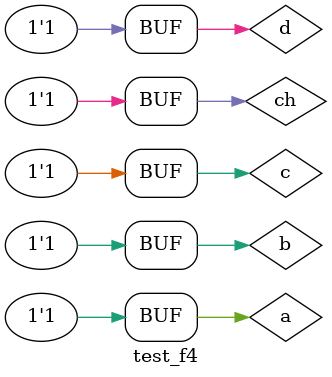
<source format=v>


module Q02 (output ac, output bd, input a, input b, input c, input d, input CH);
	wire ANDac, ORac, ANDbd, ORbd, n0, n1, s0, s1, s2, s3;
	and AAC(ANDac, a, c);
	or  OAC(ORac, a, c);
	and ABD(ANDbd, b, d);
	or  OBD(ORbd, b, d);
	not N0(n0, CH);
	not N1(n1, CH);
	and ANDs0(s0, ANDac, CH);
	and ANDs1(s1, ORac, n0);
	and ANDs2(s2, ANDbd, CH);
	and ANDs3(s3, ORbd, n1);
	or  s0s1(ac, s0, s1);
	or  s2s3(bd, s2, s3);
endmodule

module test_f4; 
// ------------------------- definir dados 
	reg 	a, b, c, d;
	reg 	ch;
	wire 	s0, s1;
	
	Q02 CIRC02(s0, s1, a, b, c, d, ch);
	
initial begin:start
	a = 0;
	b = 0;
	c = 0;
	d = 0;
	ch = 0;  
end 
// ------------------------- parte principal 
initial begin 
	$display("Exemplo0032 - Oswaldo Oliveira Paulino - 382175"); 
	$display("Test LU's module"); 
	$monitor("%b%b || %b%b = %b%b", a, b, c, d, s0, s1); 
	$display("Valor da chave 0");
		
	#1
	a = 0; b = 0; c = 0; d = 0; ch = 0;
	#1
	a = 0; b = 0; c = 0; d = 1; ch = 0;
	#1
	a = 0; b = 0; c = 1; d = 0; ch = 0;
	#1
	a = 0; b = 0; c = 1; d = 1; ch = 0;
	#1
	a = 0; b = 1; c = 0; d = 0; ch = 0;
	#1
	a = 0; b = 1; c = 0; d = 1; ch = 0;
	#1
	a = 0; b = 1; c = 1; d = 0; ch = 0;		
	#1
	a = 0; b = 1; c = 1; d = 1; ch = 0;
	#1
	a = 1; b = 0; c = 0; d = 0; ch = 0;
	#1
	a = 1; b = 0; c = 0; d = 1; ch = 0;
	#1
	a = 1; b = 0; c = 1; d = 0; ch = 0;
	#1
	a = 1; b = 0; c = 1; d = 1; ch = 0;
	#1
	a = 1; b = 1; c = 0; d = 0; ch = 0;
	#1
	a = 1; b = 1; c = 0; d = 1; ch = 0;
	#1
	a = 1; b = 1; c = 1; d = 0; ch = 0;
	#1
	a = 1; b = 1; c = 1; d = 1; ch = 0;
	#1
	a = 0; b = 0; c = 0; d = 0; ch = 1;
		
	$display("\nValor da chave 1");
	$monitor("%b%b & %b%b = %b%b", a, b, c, d, s0, s1);
	#1
	a = 0; b = 0; c = 0; d = 1; ch = 1;
	#1
	a = 0; b = 0; c = 1; d = 0; ch = 1;
	#1
	a = 0; b = 0; c = 1; d = 1; ch = 1;
	#1
	a = 0; b = 1; c = 0; d = 0; ch = 1;
	#1
	a = 0; b = 1; c = 0; d = 1; ch = 1;
	#1
	a = 0; b = 1; c = 1; d = 0; ch = 1;		
	#1
	a = 0; b = 1; c = 1; d = 1; ch = 1;
	#1
	a = 1; b = 0; c = 0; d = 0; ch = 1;
	#1
	a = 1; b = 0; c = 0; d = 1; ch = 1;
	#1
	a = 1; b = 0; c = 1; d = 0; ch = 1;
	#1
	a = 1; b = 0; c = 1; d = 1; ch = 1;
	#1
	a = 1; b = 1; c = 0; d = 0; ch = 1;
	#1
	a = 1; b = 1; c = 0; d = 1; ch = 1;
	#1
	a = 1; b = 1; c = 1; d = 0; ch = 1;
	#1
	a = 1; b = 1; c = 1; d = 1; ch = 1;
end 

endmodule // test_f4 

// -------------------------- Documentacao complementar
/*
    Exemplo0032 - Oswaldo Oliveira Paulino - 382175
    Test LU's module
    Valor da chave 0
    00 || 00 = 00
    00 || 01 = 01
    00 || 10 = 10
    00 || 11 = 11
    01 || 00 = 01
    01 || 01 = 01
    01 || 10 = 11
    01 || 11 = 11
    10 || 00 = 10
    10 || 01 = 11
    10 || 10 = 10
    10 || 11 = 11
    11 || 00 = 11
    11 || 01 = 11
    11 || 10 = 11
    11 || 11 = 11
    
    Valor da chave 1
    00 & 00 = 00
    00 & 01 = 00
    00 & 10 = 00
    00 & 11 = 00
    01 & 00 = 00
    01 & 01 = 01
    01 & 10 = 00
    01 & 11 = 01
    10 & 00 = 00
    10 & 01 = 00
    10 & 10 = 10
    10 & 11 = 10
    11 & 00 = 00
    11 & 01 = 01
    11 & 10 = 10
    11 & 11 = 11
*/
</source>
